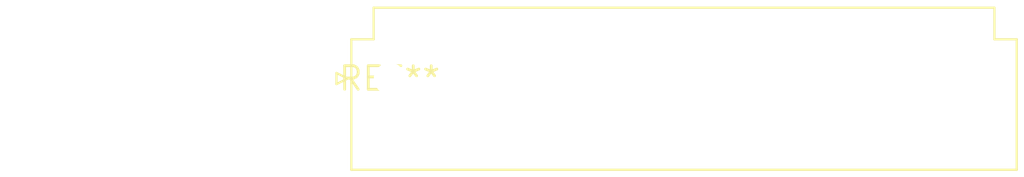
<source format=kicad_pcb>
(kicad_pcb (version 20240108) (generator pcbnew)
  (layers (0 "F.Cu" signal) (31 "B.Cu" signal) (34 "B.Paste" user) (35 "F.Paste" user) (36 "B.SilkS" user "B.Silkscreen") (37 "F.SilkS" user "F.Silkscreen") (38 "B.Mask" user) (39 "F.Mask" user) (44 "Edge.Cuts" user))
  (net 0 "")
  (footprint "JST_VH_B9P-VH-B_1x09_P3.96mm_Vertical" (layer "F.Cu") (at 0 0)
    (property "Reference" "REF**")
    (property "Value" "JST_VH_B9P-VH-B_1x09_P3.96mm_Vertical")
    (fp_line (start -2.86 -0.3) (end -2.26 0) (layer "F.SilkS") (stroke (width 0.12)))
    (fp_line (start -2.86 0.3) (end -2.86 -0.3) (layer "F.SilkS") (stroke (width 0.12)))
    (fp_line (start -2.26 0) (end -2.86 0.3) (layer "F.SilkS") (stroke (width 0.12)))
    (fp_line (start -2.06 -2.11) (end -0.86 -2.11) (layer "F.SilkS") (stroke (width 0.12)))
    (fp_line (start -2.06 4.91) (end -2.06 -2.11) (layer "F.SilkS") (stroke (width 0.12)))
    (fp_line (start -0.86 -3.81) (end 32.54 -3.81) (layer "F.SilkS") (stroke (width 0.12)))
    (fp_line (start -0.86 -2.11) (end -0.86 -3.81) (layer "F.SilkS") (stroke (width 0.12)))
    (fp_line (start 32.54 -3.81) (end 32.54 -2.11) (layer "F.SilkS") (stroke (width 0.12)))
    (fp_line (start 32.54 -2.11) (end 33.74 -2.11) (layer "F.SilkS") (stroke (width 0.12)))
    (fp_line (start 33.74 -2.11) (end 33.74 4.91) (layer "F.SilkS") (stroke (width 0.12)))
    (fp_line (start 33.74 4.91) (end -2.06 4.91) (layer "F.SilkS") (stroke (width 0.12)))
    (pad "1" thru_hole roundrect (at 0 0) (size 2.7 2.7) (drill 1.7) (layers *.Cu *.Mask) (remove_unused_layers) (roundrect_rratio 0.092593))
    (pad "2" thru_hole circle (at 3.96 0) (size 2.7 2.7) (drill 1.7) (layers *.Cu *.Mask) (remove_unused_layers))
    (pad "3" thru_hole circle (at 7.92 0) (size 2.7 2.7) (drill 1.7) (layers *.Cu *.Mask) (remove_unused_layers))
    (pad "4" thru_hole circle (at 11.88 0) (size 2.7 2.7) (drill 1.7) (layers *.Cu *.Mask) (remove_unused_layers))
    (pad "5" thru_hole circle (at 15.84 0) (size 2.7 2.7) (drill 1.7) (layers *.Cu *.Mask) (remove_unused_layers))
    (pad "6" thru_hole circle (at 19.8 0) (size 2.7 2.7) (drill 1.7) (layers *.Cu *.Mask) (remove_unused_layers))
    (pad "7" thru_hole circle (at 23.76 0) (size 2.7 2.7) (drill 1.7) (layers *.Cu *.Mask) (remove_unused_layers))
    (pad "8" thru_hole circle (at 27.72 0) (size 2.7 2.7) (drill 1.7) (layers *.Cu *.Mask) (remove_unused_layers))
    (pad "9" thru_hole circle (at 31.68 0) (size 2.7 2.7) (drill 1.7) (layers *.Cu *.Mask) (remove_unused_layers))
  )
)
</source>
